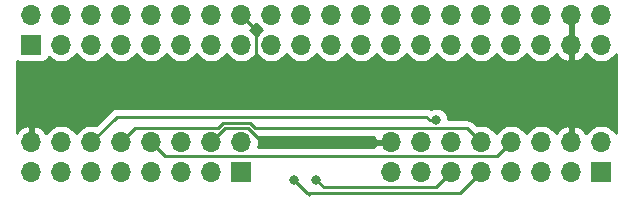
<source format=gbr>
G04 #@! TF.GenerationSoftware,KiCad,Pcbnew,(5.1.5)-3*
G04 #@! TF.CreationDate,2020-01-11T16:24:58-08:00*
G04 #@! TF.ProjectId,frame_corners,6672616d-655f-4636-9f72-6e6572732e6b,rev?*
G04 #@! TF.SameCoordinates,PXe8fce300PYe19b7798*
G04 #@! TF.FileFunction,Copper,L2,Bot*
G04 #@! TF.FilePolarity,Positive*
%FSLAX46Y46*%
G04 Gerber Fmt 4.6, Leading zero omitted, Abs format (unit mm)*
G04 Created by KiCad (PCBNEW (5.1.5)-3) date 2020-01-11 16:24:58*
%MOMM*%
%LPD*%
G04 APERTURE LIST*
%ADD10O,1.700000X1.700000*%
%ADD11R,1.700000X1.700000*%
%ADD12C,0.800000*%
%ADD13C,0.250000*%
%ADD14C,0.254000*%
G04 APERTURE END LIST*
D10*
X32385000Y6350000D03*
X32385000Y3810000D03*
X34925000Y6350000D03*
X34925000Y3810000D03*
X37465000Y6350000D03*
X37465000Y3810000D03*
X40005000Y6350000D03*
X40005000Y3810000D03*
X42545000Y6350000D03*
X42545000Y3810000D03*
X45085000Y6350000D03*
X45085000Y3810000D03*
X47625000Y6350000D03*
X47625000Y3810000D03*
X50165000Y6350000D03*
D11*
X50165000Y3810000D03*
D10*
X1905000Y6350000D03*
X1905000Y3810000D03*
X4445000Y6350000D03*
X4445000Y3810000D03*
X6985000Y6350000D03*
X6985000Y3810000D03*
X9525000Y6350000D03*
X9525000Y3810000D03*
X12065000Y6350000D03*
X12065000Y3810000D03*
X14605000Y6350000D03*
X14605000Y3810000D03*
X17145000Y6350000D03*
X17145000Y3810000D03*
X19685000Y6350000D03*
D11*
X19685000Y3810000D03*
D10*
X50165000Y17145000D03*
X50165000Y14605000D03*
X47625000Y17145000D03*
X47625000Y14605000D03*
X45085000Y17145000D03*
X45085000Y14605000D03*
X42545000Y17145000D03*
X42545000Y14605000D03*
X40005000Y17145000D03*
X40005000Y14605000D03*
X37465000Y17145000D03*
X37465000Y14605000D03*
X34925000Y17145000D03*
X34925000Y14605000D03*
X32385000Y17145000D03*
X32385000Y14605000D03*
X29845000Y17145000D03*
X29845000Y14605000D03*
X27305000Y17145000D03*
X27305000Y14605000D03*
X24765000Y17145000D03*
X24765000Y14605000D03*
X22225000Y17145000D03*
X22225000Y14605000D03*
X19685000Y17145000D03*
X19685000Y14605000D03*
X17145000Y17145000D03*
X17145000Y14605000D03*
X14605000Y17145000D03*
X14605000Y14605000D03*
X12065000Y17145000D03*
X12065000Y14605000D03*
X9525000Y17145000D03*
X9525000Y14605000D03*
X6985000Y17145000D03*
X6985000Y14605000D03*
X4445000Y17145000D03*
X4445000Y14605000D03*
X1905000Y17145000D03*
D11*
X1905000Y14605000D03*
D12*
X24130000Y3175000D03*
X26035000Y3175000D03*
X36195000Y8255000D03*
X20955000Y10160000D03*
D13*
X41695001Y5500001D02*
X42545000Y6350000D01*
X41369999Y5174999D02*
X41695001Y5500001D01*
X13240001Y5174999D02*
X41369999Y5174999D01*
X12065000Y6350000D02*
X13240001Y5174999D01*
X25400000Y1905000D02*
X25400009Y1904991D01*
X38227000Y2032000D02*
X40005000Y3810000D01*
X25273000Y2032000D02*
X38227000Y2032000D01*
X24130000Y3175000D02*
X25273000Y2032000D01*
X40005000Y6350000D02*
X38829999Y7525001D01*
X10700001Y7525001D02*
X10374999Y7199999D01*
X20885412Y7525001D02*
X20435401Y7975012D01*
X20435401Y7975012D02*
X18133601Y7975012D01*
X18133601Y7975012D02*
X17683591Y7525001D01*
X38829999Y7525001D02*
X20885412Y7525001D01*
X17683591Y7525001D02*
X10700001Y7525001D01*
X10374999Y7199999D02*
X9525000Y6350000D01*
X36195000Y2540000D02*
X37465000Y3810000D01*
X26670000Y2540000D02*
X36195000Y2540000D01*
X26035000Y3175000D02*
X26670000Y2540000D01*
X35629315Y8255000D02*
X36195000Y8255000D01*
X6985000Y6350000D02*
X9155020Y8520020D01*
X9155020Y8520020D02*
X35364295Y8520020D01*
X35364295Y8520020D02*
X35629315Y8255000D01*
X20955000Y15875000D02*
X19685000Y17145000D01*
X20955000Y10160000D02*
X20955000Y15875000D01*
X18320001Y7525001D02*
X17994999Y7199999D01*
X21424002Y6350000D02*
X20249001Y7525001D01*
X32385000Y6350000D02*
X21424002Y6350000D01*
X20249001Y7525001D02*
X18320001Y7525001D01*
X17994999Y7199999D02*
X17145000Y6350000D01*
X20389315Y10160000D02*
X20955000Y10160000D01*
X4512919Y10160000D02*
X20389315Y10160000D01*
X1905000Y7552081D02*
X4512919Y10160000D01*
X1905000Y6350000D02*
X1905000Y7552081D01*
X47625000Y7552081D02*
X47625000Y14605000D01*
X47625000Y6350000D02*
X47625000Y7552081D01*
X47625000Y14605000D02*
X47625000Y17145000D01*
D14*
G36*
X30943519Y6706891D02*
G01*
X31064186Y6477000D01*
X32258000Y6477000D01*
X32258000Y6497000D01*
X32512000Y6497000D01*
X32512000Y6477000D01*
X32532000Y6477000D01*
X32532000Y6223000D01*
X32512000Y6223000D01*
X32512000Y6203000D01*
X32258000Y6203000D01*
X32258000Y6223000D01*
X31064186Y6223000D01*
X30943519Y5993109D01*
X30964132Y5934999D01*
X21116544Y5934999D01*
X21170000Y6203740D01*
X21170000Y6496260D01*
X21116544Y6765001D01*
X30964132Y6765001D01*
X30943519Y6706891D01*
G37*
X30943519Y6706891D02*
X31064186Y6477000D01*
X32258000Y6477000D01*
X32258000Y6497000D01*
X32512000Y6497000D01*
X32512000Y6477000D01*
X32532000Y6477000D01*
X32532000Y6223000D01*
X32512000Y6223000D01*
X32512000Y6203000D01*
X32258000Y6203000D01*
X32258000Y6223000D01*
X31064186Y6223000D01*
X30943519Y5993109D01*
X30964132Y5934999D01*
X21116544Y5934999D01*
X21170000Y6203740D01*
X21170000Y6496260D01*
X21116544Y6765001D01*
X30964132Y6765001D01*
X30943519Y6706891D01*
G36*
X47752000Y17272000D02*
G01*
X47772000Y17272000D01*
X47772000Y17018000D01*
X47752000Y17018000D01*
X47752000Y14732000D01*
X47772000Y14732000D01*
X47772000Y14478000D01*
X47752000Y14478000D01*
X47752000Y13284845D01*
X47981890Y13163524D01*
X48129099Y13208175D01*
X48391920Y13333359D01*
X48625269Y13507412D01*
X48820178Y13723645D01*
X48889805Y13840534D01*
X49011525Y13658368D01*
X49218368Y13451525D01*
X49461589Y13289010D01*
X49731842Y13177068D01*
X50018740Y13120000D01*
X50311260Y13120000D01*
X50598158Y13177068D01*
X50868411Y13289010D01*
X51111632Y13451525D01*
X51318475Y13658368D01*
X51410000Y13795345D01*
X51410001Y7159654D01*
X51318475Y7296632D01*
X51111632Y7503475D01*
X50868411Y7665990D01*
X50598158Y7777932D01*
X50311260Y7835000D01*
X50018740Y7835000D01*
X49731842Y7777932D01*
X49461589Y7665990D01*
X49218368Y7503475D01*
X49011525Y7296632D01*
X48889805Y7114466D01*
X48820178Y7231355D01*
X48625269Y7447588D01*
X48391920Y7621641D01*
X48129099Y7746825D01*
X47981890Y7791476D01*
X47752000Y7670155D01*
X47752000Y6477000D01*
X47772000Y6477000D01*
X47772000Y6223000D01*
X47752000Y6223000D01*
X47752000Y6203000D01*
X47498000Y6203000D01*
X47498000Y6223000D01*
X47478000Y6223000D01*
X47478000Y6477000D01*
X47498000Y6477000D01*
X47498000Y7670155D01*
X47268110Y7791476D01*
X47120901Y7746825D01*
X46858080Y7621641D01*
X46624731Y7447588D01*
X46429822Y7231355D01*
X46360195Y7114466D01*
X46238475Y7296632D01*
X46031632Y7503475D01*
X45788411Y7665990D01*
X45518158Y7777932D01*
X45231260Y7835000D01*
X44938740Y7835000D01*
X44651842Y7777932D01*
X44381589Y7665990D01*
X44138368Y7503475D01*
X43931525Y7296632D01*
X43815000Y7122240D01*
X43698475Y7296632D01*
X43491632Y7503475D01*
X43248411Y7665990D01*
X42978158Y7777932D01*
X42691260Y7835000D01*
X42398740Y7835000D01*
X42111842Y7777932D01*
X41841589Y7665990D01*
X41598368Y7503475D01*
X41391525Y7296632D01*
X41275000Y7122240D01*
X41158475Y7296632D01*
X40951632Y7503475D01*
X40708411Y7665990D01*
X40438158Y7777932D01*
X40151260Y7835000D01*
X39858740Y7835000D01*
X39638592Y7791209D01*
X39393803Y8035998D01*
X39370000Y8065002D01*
X39254275Y8159975D01*
X39122246Y8230547D01*
X38978985Y8274004D01*
X38867332Y8285001D01*
X38867321Y8285001D01*
X38829999Y8288677D01*
X38792677Y8285001D01*
X37230000Y8285001D01*
X37230000Y8356939D01*
X37190226Y8556898D01*
X37112205Y8745256D01*
X36998937Y8914774D01*
X36854774Y9058937D01*
X36685256Y9172205D01*
X36496898Y9250226D01*
X36296939Y9290000D01*
X36093061Y9290000D01*
X35893102Y9250226D01*
X35733831Y9184253D01*
X35656542Y9225566D01*
X35513281Y9269023D01*
X35401628Y9280020D01*
X35401617Y9280020D01*
X35364295Y9283696D01*
X35326973Y9280020D01*
X9192345Y9280020D01*
X9155020Y9283696D01*
X9117695Y9280020D01*
X9117687Y9280020D01*
X9006034Y9269023D01*
X8862773Y9225566D01*
X8730744Y9154994D01*
X8615019Y9060021D01*
X8591221Y9031023D01*
X7351408Y7791209D01*
X7131260Y7835000D01*
X6838740Y7835000D01*
X6551842Y7777932D01*
X6281589Y7665990D01*
X6038368Y7503475D01*
X5831525Y7296632D01*
X5715000Y7122240D01*
X5598475Y7296632D01*
X5391632Y7503475D01*
X5148411Y7665990D01*
X4878158Y7777932D01*
X4591260Y7835000D01*
X4298740Y7835000D01*
X4011842Y7777932D01*
X3741589Y7665990D01*
X3498368Y7503475D01*
X3291525Y7296632D01*
X3169805Y7114466D01*
X3100178Y7231355D01*
X2905269Y7447588D01*
X2671920Y7621641D01*
X2409099Y7746825D01*
X2261890Y7791476D01*
X2032000Y7670155D01*
X2032000Y6477000D01*
X2052000Y6477000D01*
X2052000Y6223000D01*
X2032000Y6223000D01*
X2032000Y6203000D01*
X1778000Y6203000D01*
X1778000Y6223000D01*
X1758000Y6223000D01*
X1758000Y6477000D01*
X1778000Y6477000D01*
X1778000Y7670155D01*
X1548110Y7791476D01*
X1400901Y7746825D01*
X1138080Y7621641D01*
X904731Y7447588D01*
X709822Y7231355D01*
X660000Y7147715D01*
X660000Y13257705D01*
X700506Y13224463D01*
X810820Y13165498D01*
X930518Y13129188D01*
X1055000Y13116928D01*
X2755000Y13116928D01*
X2879482Y13129188D01*
X2999180Y13165498D01*
X3109494Y13224463D01*
X3206185Y13303815D01*
X3285537Y13400506D01*
X3344502Y13510820D01*
X3366513Y13583380D01*
X3498368Y13451525D01*
X3741589Y13289010D01*
X4011842Y13177068D01*
X4298740Y13120000D01*
X4591260Y13120000D01*
X4878158Y13177068D01*
X5148411Y13289010D01*
X5391632Y13451525D01*
X5598475Y13658368D01*
X5715000Y13832760D01*
X5831525Y13658368D01*
X6038368Y13451525D01*
X6281589Y13289010D01*
X6551842Y13177068D01*
X6838740Y13120000D01*
X7131260Y13120000D01*
X7418158Y13177068D01*
X7688411Y13289010D01*
X7931632Y13451525D01*
X8138475Y13658368D01*
X8255000Y13832760D01*
X8371525Y13658368D01*
X8578368Y13451525D01*
X8821589Y13289010D01*
X9091842Y13177068D01*
X9378740Y13120000D01*
X9671260Y13120000D01*
X9958158Y13177068D01*
X10228411Y13289010D01*
X10471632Y13451525D01*
X10678475Y13658368D01*
X10795000Y13832760D01*
X10911525Y13658368D01*
X11118368Y13451525D01*
X11361589Y13289010D01*
X11631842Y13177068D01*
X11918740Y13120000D01*
X12211260Y13120000D01*
X12498158Y13177068D01*
X12768411Y13289010D01*
X13011632Y13451525D01*
X13218475Y13658368D01*
X13335000Y13832760D01*
X13451525Y13658368D01*
X13658368Y13451525D01*
X13901589Y13289010D01*
X14171842Y13177068D01*
X14458740Y13120000D01*
X14751260Y13120000D01*
X15038158Y13177068D01*
X15308411Y13289010D01*
X15551632Y13451525D01*
X15758475Y13658368D01*
X15875000Y13832760D01*
X15991525Y13658368D01*
X16198368Y13451525D01*
X16441589Y13289010D01*
X16711842Y13177068D01*
X16998740Y13120000D01*
X17291260Y13120000D01*
X17578158Y13177068D01*
X17848411Y13289010D01*
X18091632Y13451525D01*
X18298475Y13658368D01*
X18415000Y13832760D01*
X18531525Y13658368D01*
X18738368Y13451525D01*
X18981589Y13289010D01*
X19251842Y13177068D01*
X19538740Y13120000D01*
X19831260Y13120000D01*
X20118158Y13177068D01*
X20388411Y13289010D01*
X20631632Y13451525D01*
X20838475Y13658368D01*
X20955000Y13832760D01*
X21071525Y13658368D01*
X21278368Y13451525D01*
X21521589Y13289010D01*
X21791842Y13177068D01*
X22078740Y13120000D01*
X22371260Y13120000D01*
X22658158Y13177068D01*
X22928411Y13289010D01*
X23171632Y13451525D01*
X23378475Y13658368D01*
X23495000Y13832760D01*
X23611525Y13658368D01*
X23818368Y13451525D01*
X24061589Y13289010D01*
X24331842Y13177068D01*
X24618740Y13120000D01*
X24911260Y13120000D01*
X25198158Y13177068D01*
X25468411Y13289010D01*
X25711632Y13451525D01*
X25918475Y13658368D01*
X26035000Y13832760D01*
X26151525Y13658368D01*
X26358368Y13451525D01*
X26601589Y13289010D01*
X26871842Y13177068D01*
X27158740Y13120000D01*
X27451260Y13120000D01*
X27738158Y13177068D01*
X28008411Y13289010D01*
X28251632Y13451525D01*
X28458475Y13658368D01*
X28575000Y13832760D01*
X28691525Y13658368D01*
X28898368Y13451525D01*
X29141589Y13289010D01*
X29411842Y13177068D01*
X29698740Y13120000D01*
X29991260Y13120000D01*
X30278158Y13177068D01*
X30548411Y13289010D01*
X30791632Y13451525D01*
X30998475Y13658368D01*
X31115000Y13832760D01*
X31231525Y13658368D01*
X31438368Y13451525D01*
X31681589Y13289010D01*
X31951842Y13177068D01*
X32238740Y13120000D01*
X32531260Y13120000D01*
X32818158Y13177068D01*
X33088411Y13289010D01*
X33331632Y13451525D01*
X33538475Y13658368D01*
X33655000Y13832760D01*
X33771525Y13658368D01*
X33978368Y13451525D01*
X34221589Y13289010D01*
X34491842Y13177068D01*
X34778740Y13120000D01*
X35071260Y13120000D01*
X35358158Y13177068D01*
X35628411Y13289010D01*
X35871632Y13451525D01*
X36078475Y13658368D01*
X36195000Y13832760D01*
X36311525Y13658368D01*
X36518368Y13451525D01*
X36761589Y13289010D01*
X37031842Y13177068D01*
X37318740Y13120000D01*
X37611260Y13120000D01*
X37898158Y13177068D01*
X38168411Y13289010D01*
X38411632Y13451525D01*
X38618475Y13658368D01*
X38735000Y13832760D01*
X38851525Y13658368D01*
X39058368Y13451525D01*
X39301589Y13289010D01*
X39571842Y13177068D01*
X39858740Y13120000D01*
X40151260Y13120000D01*
X40438158Y13177068D01*
X40708411Y13289010D01*
X40951632Y13451525D01*
X41158475Y13658368D01*
X41275000Y13832760D01*
X41391525Y13658368D01*
X41598368Y13451525D01*
X41841589Y13289010D01*
X42111842Y13177068D01*
X42398740Y13120000D01*
X42691260Y13120000D01*
X42978158Y13177068D01*
X43248411Y13289010D01*
X43491632Y13451525D01*
X43698475Y13658368D01*
X43815000Y13832760D01*
X43931525Y13658368D01*
X44138368Y13451525D01*
X44381589Y13289010D01*
X44651842Y13177068D01*
X44938740Y13120000D01*
X45231260Y13120000D01*
X45518158Y13177068D01*
X45788411Y13289010D01*
X46031632Y13451525D01*
X46238475Y13658368D01*
X46360195Y13840534D01*
X46429822Y13723645D01*
X46624731Y13507412D01*
X46858080Y13333359D01*
X47120901Y13208175D01*
X47268110Y13163524D01*
X47498000Y13284845D01*
X47498000Y14478000D01*
X47478000Y14478000D01*
X47478000Y14732000D01*
X47498000Y14732000D01*
X47498000Y17018000D01*
X47478000Y17018000D01*
X47478000Y17272000D01*
X47498000Y17272000D01*
X47498000Y17292000D01*
X47752000Y17292000D01*
X47752000Y17272000D01*
G37*
X47752000Y17272000D02*
X47772000Y17272000D01*
X47772000Y17018000D01*
X47752000Y17018000D01*
X47752000Y14732000D01*
X47772000Y14732000D01*
X47772000Y14478000D01*
X47752000Y14478000D01*
X47752000Y13284845D01*
X47981890Y13163524D01*
X48129099Y13208175D01*
X48391920Y13333359D01*
X48625269Y13507412D01*
X48820178Y13723645D01*
X48889805Y13840534D01*
X49011525Y13658368D01*
X49218368Y13451525D01*
X49461589Y13289010D01*
X49731842Y13177068D01*
X50018740Y13120000D01*
X50311260Y13120000D01*
X50598158Y13177068D01*
X50868411Y13289010D01*
X51111632Y13451525D01*
X51318475Y13658368D01*
X51410000Y13795345D01*
X51410001Y7159654D01*
X51318475Y7296632D01*
X51111632Y7503475D01*
X50868411Y7665990D01*
X50598158Y7777932D01*
X50311260Y7835000D01*
X50018740Y7835000D01*
X49731842Y7777932D01*
X49461589Y7665990D01*
X49218368Y7503475D01*
X49011525Y7296632D01*
X48889805Y7114466D01*
X48820178Y7231355D01*
X48625269Y7447588D01*
X48391920Y7621641D01*
X48129099Y7746825D01*
X47981890Y7791476D01*
X47752000Y7670155D01*
X47752000Y6477000D01*
X47772000Y6477000D01*
X47772000Y6223000D01*
X47752000Y6223000D01*
X47752000Y6203000D01*
X47498000Y6203000D01*
X47498000Y6223000D01*
X47478000Y6223000D01*
X47478000Y6477000D01*
X47498000Y6477000D01*
X47498000Y7670155D01*
X47268110Y7791476D01*
X47120901Y7746825D01*
X46858080Y7621641D01*
X46624731Y7447588D01*
X46429822Y7231355D01*
X46360195Y7114466D01*
X46238475Y7296632D01*
X46031632Y7503475D01*
X45788411Y7665990D01*
X45518158Y7777932D01*
X45231260Y7835000D01*
X44938740Y7835000D01*
X44651842Y7777932D01*
X44381589Y7665990D01*
X44138368Y7503475D01*
X43931525Y7296632D01*
X43815000Y7122240D01*
X43698475Y7296632D01*
X43491632Y7503475D01*
X43248411Y7665990D01*
X42978158Y7777932D01*
X42691260Y7835000D01*
X42398740Y7835000D01*
X42111842Y7777932D01*
X41841589Y7665990D01*
X41598368Y7503475D01*
X41391525Y7296632D01*
X41275000Y7122240D01*
X41158475Y7296632D01*
X40951632Y7503475D01*
X40708411Y7665990D01*
X40438158Y7777932D01*
X40151260Y7835000D01*
X39858740Y7835000D01*
X39638592Y7791209D01*
X39393803Y8035998D01*
X39370000Y8065002D01*
X39254275Y8159975D01*
X39122246Y8230547D01*
X38978985Y8274004D01*
X38867332Y8285001D01*
X38867321Y8285001D01*
X38829999Y8288677D01*
X38792677Y8285001D01*
X37230000Y8285001D01*
X37230000Y8356939D01*
X37190226Y8556898D01*
X37112205Y8745256D01*
X36998937Y8914774D01*
X36854774Y9058937D01*
X36685256Y9172205D01*
X36496898Y9250226D01*
X36296939Y9290000D01*
X36093061Y9290000D01*
X35893102Y9250226D01*
X35733831Y9184253D01*
X35656542Y9225566D01*
X35513281Y9269023D01*
X35401628Y9280020D01*
X35401617Y9280020D01*
X35364295Y9283696D01*
X35326973Y9280020D01*
X9192345Y9280020D01*
X9155020Y9283696D01*
X9117695Y9280020D01*
X9117687Y9280020D01*
X9006034Y9269023D01*
X8862773Y9225566D01*
X8730744Y9154994D01*
X8615019Y9060021D01*
X8591221Y9031023D01*
X7351408Y7791209D01*
X7131260Y7835000D01*
X6838740Y7835000D01*
X6551842Y7777932D01*
X6281589Y7665990D01*
X6038368Y7503475D01*
X5831525Y7296632D01*
X5715000Y7122240D01*
X5598475Y7296632D01*
X5391632Y7503475D01*
X5148411Y7665990D01*
X4878158Y7777932D01*
X4591260Y7835000D01*
X4298740Y7835000D01*
X4011842Y7777932D01*
X3741589Y7665990D01*
X3498368Y7503475D01*
X3291525Y7296632D01*
X3169805Y7114466D01*
X3100178Y7231355D01*
X2905269Y7447588D01*
X2671920Y7621641D01*
X2409099Y7746825D01*
X2261890Y7791476D01*
X2032000Y7670155D01*
X2032000Y6477000D01*
X2052000Y6477000D01*
X2052000Y6223000D01*
X2032000Y6223000D01*
X2032000Y6203000D01*
X1778000Y6203000D01*
X1778000Y6223000D01*
X1758000Y6223000D01*
X1758000Y6477000D01*
X1778000Y6477000D01*
X1778000Y7670155D01*
X1548110Y7791476D01*
X1400901Y7746825D01*
X1138080Y7621641D01*
X904731Y7447588D01*
X709822Y7231355D01*
X660000Y7147715D01*
X660000Y13257705D01*
X700506Y13224463D01*
X810820Y13165498D01*
X930518Y13129188D01*
X1055000Y13116928D01*
X2755000Y13116928D01*
X2879482Y13129188D01*
X2999180Y13165498D01*
X3109494Y13224463D01*
X3206185Y13303815D01*
X3285537Y13400506D01*
X3344502Y13510820D01*
X3366513Y13583380D01*
X3498368Y13451525D01*
X3741589Y13289010D01*
X4011842Y13177068D01*
X4298740Y13120000D01*
X4591260Y13120000D01*
X4878158Y13177068D01*
X5148411Y13289010D01*
X5391632Y13451525D01*
X5598475Y13658368D01*
X5715000Y13832760D01*
X5831525Y13658368D01*
X6038368Y13451525D01*
X6281589Y13289010D01*
X6551842Y13177068D01*
X6838740Y13120000D01*
X7131260Y13120000D01*
X7418158Y13177068D01*
X7688411Y13289010D01*
X7931632Y13451525D01*
X8138475Y13658368D01*
X8255000Y13832760D01*
X8371525Y13658368D01*
X8578368Y13451525D01*
X8821589Y13289010D01*
X9091842Y13177068D01*
X9378740Y13120000D01*
X9671260Y13120000D01*
X9958158Y13177068D01*
X10228411Y13289010D01*
X10471632Y13451525D01*
X10678475Y13658368D01*
X10795000Y13832760D01*
X10911525Y13658368D01*
X11118368Y13451525D01*
X11361589Y13289010D01*
X11631842Y13177068D01*
X11918740Y13120000D01*
X12211260Y13120000D01*
X12498158Y13177068D01*
X12768411Y13289010D01*
X13011632Y13451525D01*
X13218475Y13658368D01*
X13335000Y13832760D01*
X13451525Y13658368D01*
X13658368Y13451525D01*
X13901589Y13289010D01*
X14171842Y13177068D01*
X14458740Y13120000D01*
X14751260Y13120000D01*
X15038158Y13177068D01*
X15308411Y13289010D01*
X15551632Y13451525D01*
X15758475Y13658368D01*
X15875000Y13832760D01*
X15991525Y13658368D01*
X16198368Y13451525D01*
X16441589Y13289010D01*
X16711842Y13177068D01*
X16998740Y13120000D01*
X17291260Y13120000D01*
X17578158Y13177068D01*
X17848411Y13289010D01*
X18091632Y13451525D01*
X18298475Y13658368D01*
X18415000Y13832760D01*
X18531525Y13658368D01*
X18738368Y13451525D01*
X18981589Y13289010D01*
X19251842Y13177068D01*
X19538740Y13120000D01*
X19831260Y13120000D01*
X20118158Y13177068D01*
X20388411Y13289010D01*
X20631632Y13451525D01*
X20838475Y13658368D01*
X20955000Y13832760D01*
X21071525Y13658368D01*
X21278368Y13451525D01*
X21521589Y13289010D01*
X21791842Y13177068D01*
X22078740Y13120000D01*
X22371260Y13120000D01*
X22658158Y13177068D01*
X22928411Y13289010D01*
X23171632Y13451525D01*
X23378475Y13658368D01*
X23495000Y13832760D01*
X23611525Y13658368D01*
X23818368Y13451525D01*
X24061589Y13289010D01*
X24331842Y13177068D01*
X24618740Y13120000D01*
X24911260Y13120000D01*
X25198158Y13177068D01*
X25468411Y13289010D01*
X25711632Y13451525D01*
X25918475Y13658368D01*
X26035000Y13832760D01*
X26151525Y13658368D01*
X26358368Y13451525D01*
X26601589Y13289010D01*
X26871842Y13177068D01*
X27158740Y13120000D01*
X27451260Y13120000D01*
X27738158Y13177068D01*
X28008411Y13289010D01*
X28251632Y13451525D01*
X28458475Y13658368D01*
X28575000Y13832760D01*
X28691525Y13658368D01*
X28898368Y13451525D01*
X29141589Y13289010D01*
X29411842Y13177068D01*
X29698740Y13120000D01*
X29991260Y13120000D01*
X30278158Y13177068D01*
X30548411Y13289010D01*
X30791632Y13451525D01*
X30998475Y13658368D01*
X31115000Y13832760D01*
X31231525Y13658368D01*
X31438368Y13451525D01*
X31681589Y13289010D01*
X31951842Y13177068D01*
X32238740Y13120000D01*
X32531260Y13120000D01*
X32818158Y13177068D01*
X33088411Y13289010D01*
X33331632Y13451525D01*
X33538475Y13658368D01*
X33655000Y13832760D01*
X33771525Y13658368D01*
X33978368Y13451525D01*
X34221589Y13289010D01*
X34491842Y13177068D01*
X34778740Y13120000D01*
X35071260Y13120000D01*
X35358158Y13177068D01*
X35628411Y13289010D01*
X35871632Y13451525D01*
X36078475Y13658368D01*
X36195000Y13832760D01*
X36311525Y13658368D01*
X36518368Y13451525D01*
X36761589Y13289010D01*
X37031842Y13177068D01*
X37318740Y13120000D01*
X37611260Y13120000D01*
X37898158Y13177068D01*
X38168411Y13289010D01*
X38411632Y13451525D01*
X38618475Y13658368D01*
X38735000Y13832760D01*
X38851525Y13658368D01*
X39058368Y13451525D01*
X39301589Y13289010D01*
X39571842Y13177068D01*
X39858740Y13120000D01*
X40151260Y13120000D01*
X40438158Y13177068D01*
X40708411Y13289010D01*
X40951632Y13451525D01*
X41158475Y13658368D01*
X41275000Y13832760D01*
X41391525Y13658368D01*
X41598368Y13451525D01*
X41841589Y13289010D01*
X42111842Y13177068D01*
X42398740Y13120000D01*
X42691260Y13120000D01*
X42978158Y13177068D01*
X43248411Y13289010D01*
X43491632Y13451525D01*
X43698475Y13658368D01*
X43815000Y13832760D01*
X43931525Y13658368D01*
X44138368Y13451525D01*
X44381589Y13289010D01*
X44651842Y13177068D01*
X44938740Y13120000D01*
X45231260Y13120000D01*
X45518158Y13177068D01*
X45788411Y13289010D01*
X46031632Y13451525D01*
X46238475Y13658368D01*
X46360195Y13840534D01*
X46429822Y13723645D01*
X46624731Y13507412D01*
X46858080Y13333359D01*
X47120901Y13208175D01*
X47268110Y13163524D01*
X47498000Y13284845D01*
X47498000Y14478000D01*
X47478000Y14478000D01*
X47478000Y14732000D01*
X47498000Y14732000D01*
X47498000Y17018000D01*
X47478000Y17018000D01*
X47478000Y17272000D01*
X47498000Y17272000D01*
X47498000Y17292000D01*
X47752000Y17292000D01*
X47752000Y17272000D01*
G36*
X17272000Y6477000D02*
G01*
X17292000Y6477000D01*
X17292000Y6223000D01*
X17272000Y6223000D01*
X17272000Y6203000D01*
X17018000Y6203000D01*
X17018000Y6223000D01*
X16998000Y6223000D01*
X16998000Y6477000D01*
X17018000Y6477000D01*
X17018000Y6497000D01*
X17272000Y6497000D01*
X17272000Y6477000D01*
G37*
X17272000Y6477000D02*
X17292000Y6477000D01*
X17292000Y6223000D01*
X17272000Y6223000D01*
X17272000Y6203000D01*
X17018000Y6203000D01*
X17018000Y6223000D01*
X16998000Y6223000D01*
X16998000Y6477000D01*
X17018000Y6477000D01*
X17018000Y6497000D01*
X17272000Y6497000D01*
X17272000Y6477000D01*
G36*
X21071525Y16198368D02*
G01*
X21278368Y15991525D01*
X21452760Y15875000D01*
X21278368Y15758475D01*
X21071525Y15551632D01*
X20955000Y15377240D01*
X20838475Y15551632D01*
X20631632Y15758475D01*
X20455594Y15876100D01*
X20685269Y16047412D01*
X20880178Y16263645D01*
X20949805Y16380534D01*
X21071525Y16198368D01*
G37*
X21071525Y16198368D02*
X21278368Y15991525D01*
X21452760Y15875000D01*
X21278368Y15758475D01*
X21071525Y15551632D01*
X20955000Y15377240D01*
X20838475Y15551632D01*
X20631632Y15758475D01*
X20455594Y15876100D01*
X20685269Y16047412D01*
X20880178Y16263645D01*
X20949805Y16380534D01*
X21071525Y16198368D01*
G36*
X19812000Y17272000D02*
G01*
X19832000Y17272000D01*
X19832000Y17018000D01*
X19812000Y17018000D01*
X19812000Y16998000D01*
X19558000Y16998000D01*
X19558000Y17018000D01*
X19538000Y17018000D01*
X19538000Y17272000D01*
X19558000Y17272000D01*
X19558000Y17292000D01*
X19812000Y17292000D01*
X19812000Y17272000D01*
G37*
X19812000Y17272000D02*
X19832000Y17272000D01*
X19832000Y17018000D01*
X19812000Y17018000D01*
X19812000Y16998000D01*
X19558000Y16998000D01*
X19558000Y17018000D01*
X19538000Y17018000D01*
X19538000Y17272000D01*
X19558000Y17272000D01*
X19558000Y17292000D01*
X19812000Y17292000D01*
X19812000Y17272000D01*
M02*

</source>
